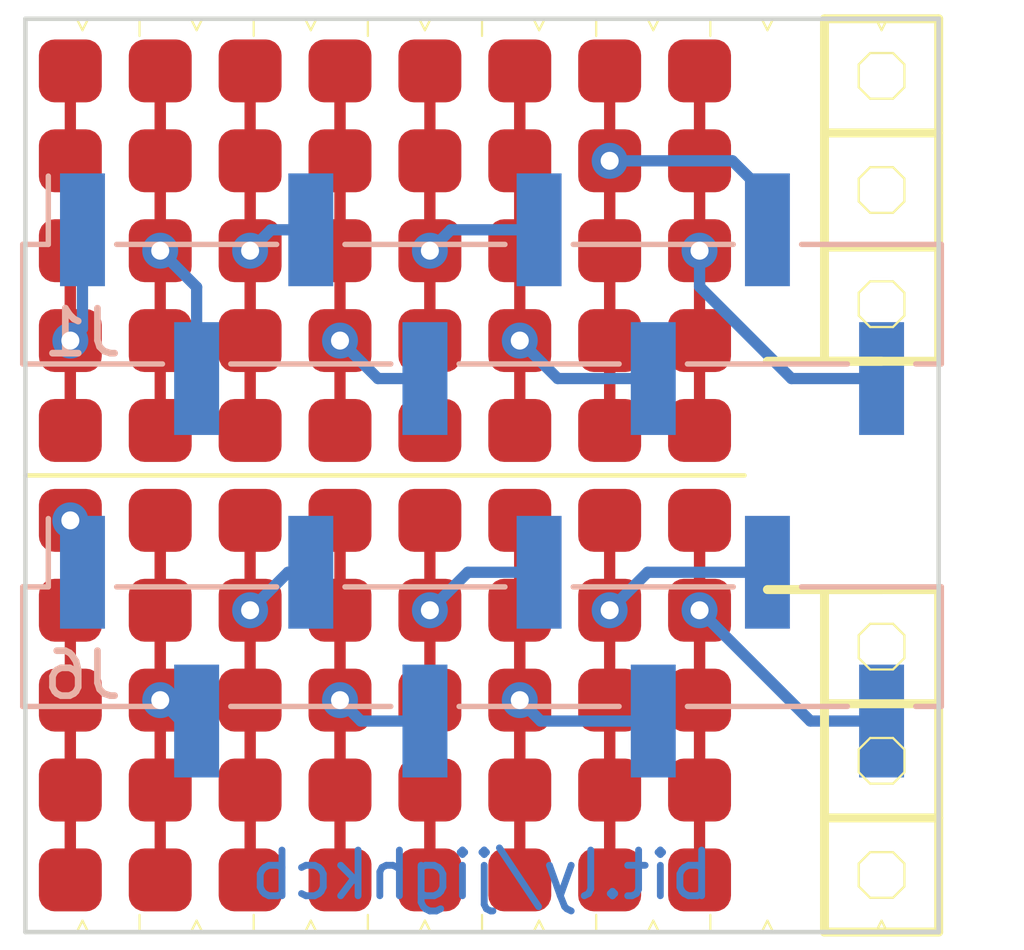
<source format=kicad_pcb>
(kicad_pcb (version 20171130) (host pcbnew 5.0.2-bee76a0~70~ubuntu18.04.1)

  (general
    (thickness 1.6)
    (drawings 139)
    (tracks 154)
    (zones 0)
    (modules 18)
    (nets 17)
  )

  (page A4)
  (layers
    (0 F.Cu signal)
    (31 B.Cu signal)
    (32 B.Adhes user)
    (33 F.Adhes user)
    (34 B.Paste user)
    (35 F.Paste user)
    (36 B.SilkS user)
    (37 F.SilkS user)
    (38 B.Mask user)
    (39 F.Mask user)
    (40 Dwgs.User user)
    (41 Cmts.User user)
    (42 Eco1.User user)
    (43 Eco2.User user)
    (44 Edge.Cuts user)
    (45 Margin user)
    (46 B.CrtYd user)
    (47 F.CrtYd user)
    (48 B.Fab user)
    (49 F.Fab user)
  )

  (setup
    (last_trace_width 0.25)
    (trace_clearance 0.2)
    (zone_clearance 0.508)
    (zone_45_only no)
    (trace_min 0.2)
    (segment_width 0.2)
    (edge_width 0.15)
    (via_size 0.8)
    (via_drill 0.4)
    (via_min_size 0.4)
    (via_min_drill 0.3)
    (uvia_size 0.3)
    (uvia_drill 0.1)
    (uvias_allowed no)
    (uvia_min_size 0.2)
    (uvia_min_drill 0.1)
    (pcb_text_width 0.3)
    (pcb_text_size 1.5 1.5)
    (mod_edge_width 0.15)
    (mod_text_size 1 1)
    (mod_text_width 0.15)
    (pad_size 1.524 1.524)
    (pad_drill 0.762)
    (pad_to_mask_clearance 0.051)
    (solder_mask_min_width 0.25)
    (aux_axis_origin 0 0)
    (visible_elements FFFFFF7F)
    (pcbplotparams
      (layerselection 0x010f0_ffffffff)
      (usegerberextensions false)
      (usegerberattributes false)
      (usegerberadvancedattributes false)
      (creategerberjobfile false)
      (excludeedgelayer true)
      (linewidth 0.100000)
      (plotframeref false)
      (viasonmask false)
      (mode 1)
      (useauxorigin false)
      (hpglpennumber 1)
      (hpglpenspeed 20)
      (hpglpendiameter 15.000000)
      (psnegative false)
      (psa4output false)
      (plotreference true)
      (plotvalue true)
      (plotinvisibletext false)
      (padsonsilk false)
      (subtractmaskfromsilk false)
      (outputformat 1)
      (mirror false)
      (drillshape 0)
      (scaleselection 1)
      (outputdirectory "plots"))
  )

  (net 0 "")
  (net 1 /T1)
  (net 2 /T3)
  (net 3 /T5)
  (net 4 /T7)
  (net 5 /T2)
  (net 6 /T4)
  (net 7 /T6)
  (net 8 /T8)
  (net 9 /B1)
  (net 10 /B3)
  (net 11 /B5)
  (net 12 /B7)
  (net 13 /B2)
  (net 14 /B4)
  (net 15 /B6)
  (net 16 /B8)

  (net_class Default "This is the default net class."
    (clearance 0.2)
    (trace_width 0.25)
    (via_dia 0.8)
    (via_drill 0.4)
    (uvia_dia 0.3)
    (uvia_drill 0.1)
    (add_net /B1)
    (add_net /B2)
    (add_net /B3)
    (add_net /B4)
    (add_net /B5)
    (add_net /B6)
    (add_net /B7)
    (add_net /B8)
    (add_net /T1)
    (add_net /T2)
    (add_net /T3)
    (add_net /T4)
    (add_net /T5)
    (add_net /T6)
    (add_net /T7)
    (add_net /T8)
  )

  (module jicad:smd1mm4pad-quint (layer F.Cu) (tedit 5C7B462D) (tstamp 5C7B7C5F)
    (at 106.6 102.6)
    (path /5CAA2C38)
    (fp_text reference S11 (at 0 0.5) (layer F.SilkS) hide
      (effects (font (size 1 1) (thickness 0.15)))
    )
    (fp_text value Conn_01x05 (at 0 -0.5) (layer F.Fab) hide
      (effects (font (size 1 1) (thickness 0.15)))
    )
    (pad 5 smd roundrect (at 0 8) (size 1.4 1.4) (layers F.Cu F.Paste F.Mask) (roundrect_rratio 0.25)
      (net 10 /B3))
    (pad 4 smd roundrect (at 0 6) (size 1.4 1.4) (layers F.Cu F.Paste F.Mask) (roundrect_rratio 0.25)
      (net 10 /B3))
    (pad 3 smd roundrect (at 0 4) (size 1.4 1.4) (layers F.Cu F.Paste F.Mask) (roundrect_rratio 0.25)
      (net 10 /B3))
    (pad 2 smd roundrect (at 0 2) (size 1.4 1.4) (layers F.Cu F.Paste F.Mask) (roundrect_rratio 0.25)
      (net 10 /B3))
    (pad 1 smd roundrect (at 0 0) (size 1.4 1.4) (layers F.Cu F.Paste F.Mask) (roundrect_rratio 0.25)
      (net 10 /B3))
  )

  (module jicad:smd1mm4pad-quint (layer F.Cu) (tedit 5C7B462D) (tstamp 5C7B7C46)
    (at 112.6 102.6)
    (path /5CAA2C28)
    (fp_text reference S14 (at 0 0.5) (layer F.SilkS) hide
      (effects (font (size 1 1) (thickness 0.15)))
    )
    (fp_text value Conn_01x05 (at 0 -0.5) (layer F.Fab) hide
      (effects (font (size 1 1) (thickness 0.15)))
    )
    (pad 1 smd roundrect (at 0 0) (size 1.4 1.4) (layers F.Cu F.Paste F.Mask) (roundrect_rratio 0.25)
      (net 15 /B6))
    (pad 2 smd roundrect (at 0 2) (size 1.4 1.4) (layers F.Cu F.Paste F.Mask) (roundrect_rratio 0.25)
      (net 15 /B6))
    (pad 3 smd roundrect (at 0 4) (size 1.4 1.4) (layers F.Cu F.Paste F.Mask) (roundrect_rratio 0.25)
      (net 15 /B6))
    (pad 4 smd roundrect (at 0 6) (size 1.4 1.4) (layers F.Cu F.Paste F.Mask) (roundrect_rratio 0.25)
      (net 15 /B6))
    (pad 5 smd roundrect (at 0 8) (size 1.4 1.4) (layers F.Cu F.Paste F.Mask) (roundrect_rratio 0.25)
      (net 15 /B6))
  )

  (module jicad:smd1mm4pad-quint (layer F.Cu) (tedit 5C7B462D) (tstamp 5C7B7C3B)
    (at 114.6 102.6)
    (path /5CAA2C48)
    (fp_text reference S15 (at 0 0.5) (layer F.SilkS) hide
      (effects (font (size 1 1) (thickness 0.15)))
    )
    (fp_text value Conn_01x05 (at 0 -0.5) (layer F.Fab) hide
      (effects (font (size 1 1) (thickness 0.15)))
    )
    (pad 1 smd roundrect (at 0 0) (size 1.4 1.4) (layers F.Cu F.Paste F.Mask) (roundrect_rratio 0.25)
      (net 12 /B7))
    (pad 2 smd roundrect (at 0 2) (size 1.4 1.4) (layers F.Cu F.Paste F.Mask) (roundrect_rratio 0.25)
      (net 12 /B7))
    (pad 3 smd roundrect (at 0 4) (size 1.4 1.4) (layers F.Cu F.Paste F.Mask) (roundrect_rratio 0.25)
      (net 12 /B7))
    (pad 4 smd roundrect (at 0 6) (size 1.4 1.4) (layers F.Cu F.Paste F.Mask) (roundrect_rratio 0.25)
      (net 12 /B7))
    (pad 5 smd roundrect (at 0 8) (size 1.4 1.4) (layers F.Cu F.Paste F.Mask) (roundrect_rratio 0.25)
      (net 12 /B7))
  )

  (module jicad:smd1mm4pad-quint (layer F.Cu) (tedit 5C7B462D) (tstamp 5C7B7C24)
    (at 110.6 102.6)
    (path /5CAA2C08)
    (fp_text reference S13 (at 0 0.5) (layer F.SilkS) hide
      (effects (font (size 1 1) (thickness 0.15)))
    )
    (fp_text value Conn_01x05 (at 0 -0.5) (layer F.Fab) hide
      (effects (font (size 1 1) (thickness 0.15)))
    )
    (pad 1 smd roundrect (at 0 0) (size 1.4 1.4) (layers F.Cu F.Paste F.Mask) (roundrect_rratio 0.25)
      (net 11 /B5))
    (pad 2 smd roundrect (at 0 2) (size 1.4 1.4) (layers F.Cu F.Paste F.Mask) (roundrect_rratio 0.25)
      (net 11 /B5))
    (pad 3 smd roundrect (at 0 4) (size 1.4 1.4) (layers F.Cu F.Paste F.Mask) (roundrect_rratio 0.25)
      (net 11 /B5))
    (pad 4 smd roundrect (at 0 6) (size 1.4 1.4) (layers F.Cu F.Paste F.Mask) (roundrect_rratio 0.25)
      (net 11 /B5))
    (pad 5 smd roundrect (at 0 8) (size 1.4 1.4) (layers F.Cu F.Paste F.Mask) (roundrect_rratio 0.25)
      (net 11 /B5))
  )

  (module jicad:smd1mm4pad-quint (layer F.Cu) (tedit 5C7B462D) (tstamp 5C7B7C14)
    (at 116.6 102.6)
    (path /5CAA2C68)
    (fp_text reference S16 (at 0 0.5) (layer F.SilkS) hide
      (effects (font (size 1 1) (thickness 0.15)))
    )
    (fp_text value Conn_01x05 (at 0 -0.5) (layer F.Fab) hide
      (effects (font (size 1 1) (thickness 0.15)))
    )
    (pad 5 smd roundrect (at 0 8) (size 1.4 1.4) (layers F.Cu F.Paste F.Mask) (roundrect_rratio 0.25)
      (net 16 /B8))
    (pad 4 smd roundrect (at 0 6) (size 1.4 1.4) (layers F.Cu F.Paste F.Mask) (roundrect_rratio 0.25)
      (net 16 /B8))
    (pad 3 smd roundrect (at 0 4) (size 1.4 1.4) (layers F.Cu F.Paste F.Mask) (roundrect_rratio 0.25)
      (net 16 /B8))
    (pad 2 smd roundrect (at 0 2) (size 1.4 1.4) (layers F.Cu F.Paste F.Mask) (roundrect_rratio 0.25)
      (net 16 /B8))
    (pad 1 smd roundrect (at 0 0) (size 1.4 1.4) (layers F.Cu F.Paste F.Mask) (roundrect_rratio 0.25)
      (net 16 /B8))
  )

  (module jicad:smd1mm4pad-quint (layer F.Cu) (tedit 5C7B462D) (tstamp 5C7B7C02)
    (at 106.6 100.6 180)
    (path /5CA9ACB9)
    (fp_text reference S3 (at 0 0.5 180) (layer F.SilkS) hide
      (effects (font (size 1 1) (thickness 0.15)))
    )
    (fp_text value Conn_01x05 (at 0 -0.5 180) (layer F.Fab) hide
      (effects (font (size 1 1) (thickness 0.15)))
    )
    (pad 5 smd roundrect (at 0 8 180) (size 1.4 1.4) (layers F.Cu F.Paste F.Mask) (roundrect_rratio 0.25)
      (net 2 /T3))
    (pad 4 smd roundrect (at 0 6 180) (size 1.4 1.4) (layers F.Cu F.Paste F.Mask) (roundrect_rratio 0.25)
      (net 2 /T3))
    (pad 3 smd roundrect (at 0 4 180) (size 1.4 1.4) (layers F.Cu F.Paste F.Mask) (roundrect_rratio 0.25)
      (net 2 /T3))
    (pad 2 smd roundrect (at 0 2 180) (size 1.4 1.4) (layers F.Cu F.Paste F.Mask) (roundrect_rratio 0.25)
      (net 2 /T3))
    (pad 1 smd roundrect (at 0 0 180) (size 1.4 1.4) (layers F.Cu F.Paste F.Mask) (roundrect_rratio 0.25)
      (net 2 /T3))
  )

  (module jicad:smd1mm4pad-quint (layer F.Cu) (tedit 5C7B462D) (tstamp 5C7B7BF8)
    (at 108.6 100.6 180)
    (path /5CA9ACD9)
    (fp_text reference S4 (at 0 0.5 180) (layer F.SilkS) hide
      (effects (font (size 1 1) (thickness 0.15)))
    )
    (fp_text value Conn_01x05 (at 0 -0.5 180) (layer F.Fab) hide
      (effects (font (size 1 1) (thickness 0.15)))
    )
    (pad 5 smd roundrect (at 0 8 180) (size 1.4 1.4) (layers F.Cu F.Paste F.Mask) (roundrect_rratio 0.25)
      (net 6 /T4))
    (pad 4 smd roundrect (at 0 6 180) (size 1.4 1.4) (layers F.Cu F.Paste F.Mask) (roundrect_rratio 0.25)
      (net 6 /T4))
    (pad 3 smd roundrect (at 0 4 180) (size 1.4 1.4) (layers F.Cu F.Paste F.Mask) (roundrect_rratio 0.25)
      (net 6 /T4))
    (pad 2 smd roundrect (at 0 2 180) (size 1.4 1.4) (layers F.Cu F.Paste F.Mask) (roundrect_rratio 0.25)
      (net 6 /T4))
    (pad 1 smd roundrect (at 0 0 180) (size 1.4 1.4) (layers F.Cu F.Paste F.Mask) (roundrect_rratio 0.25)
      (net 6 /T4))
  )

  (module jicad:smd1mm4pad-quint (layer F.Cu) (tedit 5C7B462D) (tstamp 5C7B7BEE)
    (at 102.6 102.6)
    (path /5CAA2BF8)
    (fp_text reference S9 (at 0 0.5) (layer F.SilkS) hide
      (effects (font (size 1 1) (thickness 0.15)))
    )
    (fp_text value Conn_01x05 (at 0 -0.5) (layer F.Fab) hide
      (effects (font (size 1 1) (thickness 0.15)))
    )
    (pad 1 smd roundrect (at 0 0) (size 1.4 1.4) (layers F.Cu F.Paste F.Mask) (roundrect_rratio 0.25)
      (net 9 /B1))
    (pad 2 smd roundrect (at 0 2) (size 1.4 1.4) (layers F.Cu F.Paste F.Mask) (roundrect_rratio 0.25)
      (net 9 /B1))
    (pad 3 smd roundrect (at 0 4) (size 1.4 1.4) (layers F.Cu F.Paste F.Mask) (roundrect_rratio 0.25)
      (net 9 /B1))
    (pad 4 smd roundrect (at 0 6) (size 1.4 1.4) (layers F.Cu F.Paste F.Mask) (roundrect_rratio 0.25)
      (net 9 /B1))
    (pad 5 smd roundrect (at 0 8) (size 1.4 1.4) (layers F.Cu F.Paste F.Mask) (roundrect_rratio 0.25)
      (net 9 /B1))
  )

  (module jicad:smd1mm4pad-quint (layer F.Cu) (tedit 5C7B462D) (tstamp 5C7B7BE2)
    (at 102.6 100.6 180)
    (path /5CA3E073)
    (fp_text reference S1 (at 0 0.5 180) (layer F.SilkS) hide
      (effects (font (size 1 1) (thickness 0.15)))
    )
    (fp_text value Conn_01x05 (at 0 -0.5 180) (layer F.Fab) hide
      (effects (font (size 1 1) (thickness 0.15)))
    )
    (pad 1 smd roundrect (at 0 0 180) (size 1.4 1.4) (layers F.Cu F.Paste F.Mask) (roundrect_rratio 0.25)
      (net 1 /T1))
    (pad 2 smd roundrect (at 0 2 180) (size 1.4 1.4) (layers F.Cu F.Paste F.Mask) (roundrect_rratio 0.25)
      (net 1 /T1))
    (pad 3 smd roundrect (at 0 4 180) (size 1.4 1.4) (layers F.Cu F.Paste F.Mask) (roundrect_rratio 0.25)
      (net 1 /T1))
    (pad 4 smd roundrect (at 0 6 180) (size 1.4 1.4) (layers F.Cu F.Paste F.Mask) (roundrect_rratio 0.25)
      (net 1 /T1))
    (pad 5 smd roundrect (at 0 8 180) (size 1.4 1.4) (layers F.Cu F.Paste F.Mask) (roundrect_rratio 0.25)
      (net 1 /T1))
  )

  (module jicad:smd1mm4pad-quint (layer F.Cu) (tedit 5C7B462D) (tstamp 5C7B7BD8)
    (at 104.6 102.6)
    (path /5CAA2C18)
    (fp_text reference S10 (at 0 0.5) (layer F.SilkS) hide
      (effects (font (size 1 1) (thickness 0.15)))
    )
    (fp_text value Conn_01x05 (at 0 -0.5) (layer F.Fab) hide
      (effects (font (size 1 1) (thickness 0.15)))
    )
    (pad 5 smd roundrect (at 0 8) (size 1.4 1.4) (layers F.Cu F.Paste F.Mask) (roundrect_rratio 0.25)
      (net 13 /B2))
    (pad 4 smd roundrect (at 0 6) (size 1.4 1.4) (layers F.Cu F.Paste F.Mask) (roundrect_rratio 0.25)
      (net 13 /B2))
    (pad 3 smd roundrect (at 0 4) (size 1.4 1.4) (layers F.Cu F.Paste F.Mask) (roundrect_rratio 0.25)
      (net 13 /B2))
    (pad 2 smd roundrect (at 0 2) (size 1.4 1.4) (layers F.Cu F.Paste F.Mask) (roundrect_rratio 0.25)
      (net 13 /B2))
    (pad 1 smd roundrect (at 0 0) (size 1.4 1.4) (layers F.Cu F.Paste F.Mask) (roundrect_rratio 0.25)
      (net 13 /B2))
  )

  (module jicad:smd1mm4pad-quint (layer F.Cu) (tedit 5C7B462D) (tstamp 5C7B7BC9)
    (at 108.6 102.6)
    (path /5CAA2C58)
    (fp_text reference S12 (at 0 0.5) (layer F.SilkS) hide
      (effects (font (size 1 1) (thickness 0.15)))
    )
    (fp_text value Conn_01x05 (at 0 -0.5) (layer F.Fab) hide
      (effects (font (size 1 1) (thickness 0.15)))
    )
    (pad 5 smd roundrect (at 0 8) (size 1.4 1.4) (layers F.Cu F.Paste F.Mask) (roundrect_rratio 0.25)
      (net 14 /B4))
    (pad 4 smd roundrect (at 0 6) (size 1.4 1.4) (layers F.Cu F.Paste F.Mask) (roundrect_rratio 0.25)
      (net 14 /B4))
    (pad 3 smd roundrect (at 0 4) (size 1.4 1.4) (layers F.Cu F.Paste F.Mask) (roundrect_rratio 0.25)
      (net 14 /B4))
    (pad 2 smd roundrect (at 0 2) (size 1.4 1.4) (layers F.Cu F.Paste F.Mask) (roundrect_rratio 0.25)
      (net 14 /B4))
    (pad 1 smd roundrect (at 0 0) (size 1.4 1.4) (layers F.Cu F.Paste F.Mask) (roundrect_rratio 0.25)
      (net 14 /B4))
  )

  (module jicad:smd1mm4pad-quint (layer F.Cu) (tedit 5C7B462D) (tstamp 5C7B7BB8)
    (at 104.6 100.6 180)
    (path /5CA9493A)
    (fp_text reference S2 (at 0 0.5 180) (layer F.SilkS) hide
      (effects (font (size 1 1) (thickness 0.15)))
    )
    (fp_text value Conn_01x05 (at 0 -0.5 180) (layer F.Fab) hide
      (effects (font (size 1 1) (thickness 0.15)))
    )
    (pad 1 smd roundrect (at 0 0 180) (size 1.4 1.4) (layers F.Cu F.Paste F.Mask) (roundrect_rratio 0.25)
      (net 5 /T2))
    (pad 2 smd roundrect (at 0 2 180) (size 1.4 1.4) (layers F.Cu F.Paste F.Mask) (roundrect_rratio 0.25)
      (net 5 /T2))
    (pad 3 smd roundrect (at 0 4 180) (size 1.4 1.4) (layers F.Cu F.Paste F.Mask) (roundrect_rratio 0.25)
      (net 5 /T2))
    (pad 4 smd roundrect (at 0 6 180) (size 1.4 1.4) (layers F.Cu F.Paste F.Mask) (roundrect_rratio 0.25)
      (net 5 /T2))
    (pad 5 smd roundrect (at 0 8 180) (size 1.4 1.4) (layers F.Cu F.Paste F.Mask) (roundrect_rratio 0.25)
      (net 5 /T2))
  )

  (module jicad:smd1mm4pad-quint (layer F.Cu) (tedit 5C7B462D) (tstamp 5C7B7BAA)
    (at 116.6 100.6 180)
    (path /5CA9ACE9)
    (fp_text reference S8 (at 0 0.5 180) (layer F.SilkS) hide
      (effects (font (size 1 1) (thickness 0.15)))
    )
    (fp_text value Conn_01x05 (at 0 -0.5 180) (layer F.Fab) hide
      (effects (font (size 1 1) (thickness 0.15)))
    )
    (pad 1 smd roundrect (at 0 0 180) (size 1.4 1.4) (layers F.Cu F.Paste F.Mask) (roundrect_rratio 0.25)
      (net 8 /T8))
    (pad 2 smd roundrect (at 0 2 180) (size 1.4 1.4) (layers F.Cu F.Paste F.Mask) (roundrect_rratio 0.25)
      (net 8 /T8))
    (pad 3 smd roundrect (at 0 4 180) (size 1.4 1.4) (layers F.Cu F.Paste F.Mask) (roundrect_rratio 0.25)
      (net 8 /T8))
    (pad 4 smd roundrect (at 0 6 180) (size 1.4 1.4) (layers F.Cu F.Paste F.Mask) (roundrect_rratio 0.25)
      (net 8 /T8))
    (pad 5 smd roundrect (at 0 8 180) (size 1.4 1.4) (layers F.Cu F.Paste F.Mask) (roundrect_rratio 0.25)
      (net 8 /T8))
  )

  (module jicad:smd1mm4pad-quint (layer F.Cu) (tedit 5C7B462D) (tstamp 5C7B7B9A)
    (at 110.6 100.6 180)
    (path /5CA8F14A)
    (fp_text reference S5 (at 0 0.5 180) (layer F.SilkS) hide
      (effects (font (size 1 1) (thickness 0.15)))
    )
    (fp_text value Conn_01x05 (at 0 -0.5 180) (layer F.Fab) hide
      (effects (font (size 1 1) (thickness 0.15)))
    )
    (pad 5 smd roundrect (at 0 8 180) (size 1.4 1.4) (layers F.Cu F.Paste F.Mask) (roundrect_rratio 0.25)
      (net 3 /T5))
    (pad 4 smd roundrect (at 0 6 180) (size 1.4 1.4) (layers F.Cu F.Paste F.Mask) (roundrect_rratio 0.25)
      (net 3 /T5))
    (pad 3 smd roundrect (at 0 4 180) (size 1.4 1.4) (layers F.Cu F.Paste F.Mask) (roundrect_rratio 0.25)
      (net 3 /T5))
    (pad 2 smd roundrect (at 0 2 180) (size 1.4 1.4) (layers F.Cu F.Paste F.Mask) (roundrect_rratio 0.25)
      (net 3 /T5))
    (pad 1 smd roundrect (at 0 0 180) (size 1.4 1.4) (layers F.Cu F.Paste F.Mask) (roundrect_rratio 0.25)
      (net 3 /T5))
  )

  (module jicad:smd1mm4pad-quint (layer F.Cu) (tedit 5C7B462D) (tstamp 5C7B7B90)
    (at 112.6 100.6 180)
    (path /5CA9494A)
    (fp_text reference S6 (at 0 0.5 180) (layer F.SilkS) hide
      (effects (font (size 1 1) (thickness 0.15)))
    )
    (fp_text value Conn_01x05 (at 0 -0.5 180) (layer F.Fab) hide
      (effects (font (size 1 1) (thickness 0.15)))
    )
    (pad 5 smd roundrect (at 0 8 180) (size 1.4 1.4) (layers F.Cu F.Paste F.Mask) (roundrect_rratio 0.25)
      (net 7 /T6))
    (pad 4 smd roundrect (at 0 6 180) (size 1.4 1.4) (layers F.Cu F.Paste F.Mask) (roundrect_rratio 0.25)
      (net 7 /T6))
    (pad 3 smd roundrect (at 0 4 180) (size 1.4 1.4) (layers F.Cu F.Paste F.Mask) (roundrect_rratio 0.25)
      (net 7 /T6))
    (pad 2 smd roundrect (at 0 2 180) (size 1.4 1.4) (layers F.Cu F.Paste F.Mask) (roundrect_rratio 0.25)
      (net 7 /T6))
    (pad 1 smd roundrect (at 0 0 180) (size 1.4 1.4) (layers F.Cu F.Paste F.Mask) (roundrect_rratio 0.25)
      (net 7 /T6))
  )

  (module jicad:smd1mm4pad-quint (layer F.Cu) (tedit 5C7B462D) (tstamp 5C7B7B85)
    (at 114.6 100.6 180)
    (path /5CA9ACC9)
    (fp_text reference S7 (at 0 0.5 180) (layer F.SilkS) hide
      (effects (font (size 1 1) (thickness 0.15)))
    )
    (fp_text value Conn_01x05 (at 0 -0.5 180) (layer F.Fab) hide
      (effects (font (size 1 1) (thickness 0.15)))
    )
    (pad 1 smd roundrect (at 0 0 180) (size 1.4 1.4) (layers F.Cu F.Paste F.Mask) (roundrect_rratio 0.25)
      (net 4 /T7))
    (pad 2 smd roundrect (at 0 2 180) (size 1.4 1.4) (layers F.Cu F.Paste F.Mask) (roundrect_rratio 0.25)
      (net 4 /T7))
    (pad 3 smd roundrect (at 0 4 180) (size 1.4 1.4) (layers F.Cu F.Paste F.Mask) (roundrect_rratio 0.25)
      (net 4 /T7))
    (pad 4 smd roundrect (at 0 6 180) (size 1.4 1.4) (layers F.Cu F.Paste F.Mask) (roundrect_rratio 0.25)
      (net 4 /T7))
    (pad 5 smd roundrect (at 0 8 180) (size 1.4 1.4) (layers F.Cu F.Paste F.Mask) (roundrect_rratio 0.25)
      (net 4 /T7))
  )

  (module Connector_PinHeader_2.54mm:PinHeader_1x08_P2.54mm_Vertical_SMD_Pin1Left (layer B.Cu) (tedit 59FED5CC) (tstamp 5C7B7767)
    (at 111.76 97.79 270)
    (descr "surface-mounted straight pin header, 1x08, 2.54mm pitch, single row, style 1 (pin 1 left)")
    (tags "Surface mounted pin header SMD 1x08 2.54mm single row style1 pin1 left")
    (path /5C9429AB)
    (attr smd)
    (fp_text reference J1 (at 0.635 8.89) (layer B.SilkS)
      (effects (font (size 1 1) (thickness 0.15)) (justify mirror))
    )
    (fp_text value Conn_01x08_Male (at 0 -11.22 270) (layer B.Fab)
      (effects (font (size 1 1) (thickness 0.15)) (justify mirror))
    )
    (fp_line (start 1.27 -10.16) (end -1.27 -10.16) (layer B.Fab) (width 0.1))
    (fp_line (start -0.32 10.16) (end 1.27 10.16) (layer B.Fab) (width 0.1))
    (fp_line (start -1.27 -10.16) (end -1.27 9.21) (layer B.Fab) (width 0.1))
    (fp_line (start -1.27 9.21) (end -0.32 10.16) (layer B.Fab) (width 0.1))
    (fp_line (start 1.27 10.16) (end 1.27 -10.16) (layer B.Fab) (width 0.1))
    (fp_line (start -1.27 9.21) (end -2.54 9.21) (layer B.Fab) (width 0.1))
    (fp_line (start -2.54 9.21) (end -2.54 8.57) (layer B.Fab) (width 0.1))
    (fp_line (start -2.54 8.57) (end -1.27 8.57) (layer B.Fab) (width 0.1))
    (fp_line (start -1.27 4.13) (end -2.54 4.13) (layer B.Fab) (width 0.1))
    (fp_line (start -2.54 4.13) (end -2.54 3.49) (layer B.Fab) (width 0.1))
    (fp_line (start -2.54 3.49) (end -1.27 3.49) (layer B.Fab) (width 0.1))
    (fp_line (start -1.27 -0.95) (end -2.54 -0.95) (layer B.Fab) (width 0.1))
    (fp_line (start -2.54 -0.95) (end -2.54 -1.59) (layer B.Fab) (width 0.1))
    (fp_line (start -2.54 -1.59) (end -1.27 -1.59) (layer B.Fab) (width 0.1))
    (fp_line (start -1.27 -6.03) (end -2.54 -6.03) (layer B.Fab) (width 0.1))
    (fp_line (start -2.54 -6.03) (end -2.54 -6.67) (layer B.Fab) (width 0.1))
    (fp_line (start -2.54 -6.67) (end -1.27 -6.67) (layer B.Fab) (width 0.1))
    (fp_line (start 1.27 6.67) (end 2.54 6.67) (layer B.Fab) (width 0.1))
    (fp_line (start 2.54 6.67) (end 2.54 6.03) (layer B.Fab) (width 0.1))
    (fp_line (start 2.54 6.03) (end 1.27 6.03) (layer B.Fab) (width 0.1))
    (fp_line (start 1.27 1.59) (end 2.54 1.59) (layer B.Fab) (width 0.1))
    (fp_line (start 2.54 1.59) (end 2.54 0.95) (layer B.Fab) (width 0.1))
    (fp_line (start 2.54 0.95) (end 1.27 0.95) (layer B.Fab) (width 0.1))
    (fp_line (start 1.27 -3.49) (end 2.54 -3.49) (layer B.Fab) (width 0.1))
    (fp_line (start 2.54 -3.49) (end 2.54 -4.13) (layer B.Fab) (width 0.1))
    (fp_line (start 2.54 -4.13) (end 1.27 -4.13) (layer B.Fab) (width 0.1))
    (fp_line (start 1.27 -8.57) (end 2.54 -8.57) (layer B.Fab) (width 0.1))
    (fp_line (start 2.54 -8.57) (end 2.54 -9.21) (layer B.Fab) (width 0.1))
    (fp_line (start 2.54 -9.21) (end 1.27 -9.21) (layer B.Fab) (width 0.1))
    (fp_line (start -1.33 10.22) (end 1.33 10.22) (layer B.SilkS) (width 0.12))
    (fp_line (start -1.33 -10.22) (end 1.33 -10.22) (layer B.SilkS) (width 0.12))
    (fp_line (start 1.33 10.22) (end 1.33 7.11) (layer B.SilkS) (width 0.12))
    (fp_line (start -1.33 9.65) (end -2.85 9.65) (layer B.SilkS) (width 0.12))
    (fp_line (start -1.33 10.22) (end -1.33 9.65) (layer B.SilkS) (width 0.12))
    (fp_line (start 1.33 -9.65) (end 1.33 -10.22) (layer B.SilkS) (width 0.12))
    (fp_line (start 1.33 5.59) (end 1.33 2.03) (layer B.SilkS) (width 0.12))
    (fp_line (start 1.33 0.51) (end 1.33 -3.05) (layer B.SilkS) (width 0.12))
    (fp_line (start 1.33 -4.57) (end 1.33 -8.13) (layer B.SilkS) (width 0.12))
    (fp_line (start -1.33 8.13) (end -1.33 4.57) (layer B.SilkS) (width 0.12))
    (fp_line (start -1.33 3.05) (end -1.33 -0.51) (layer B.SilkS) (width 0.12))
    (fp_line (start -1.33 -2.03) (end -1.33 -5.59) (layer B.SilkS) (width 0.12))
    (fp_line (start -1.33 -7.11) (end -1.33 -10.22) (layer B.SilkS) (width 0.12))
    (fp_line (start -3.45 10.7) (end -3.45 -10.7) (layer B.CrtYd) (width 0.05))
    (fp_line (start -3.45 -10.7) (end 3.45 -10.7) (layer B.CrtYd) (width 0.05))
    (fp_line (start 3.45 -10.7) (end 3.45 10.7) (layer B.CrtYd) (width 0.05))
    (fp_line (start 3.45 10.7) (end -3.45 10.7) (layer B.CrtYd) (width 0.05))
    (fp_text user %R (at 0 0 180) (layer B.Fab)
      (effects (font (size 1 1) (thickness 0.15)) (justify mirror))
    )
    (pad 1 smd rect (at -1.655 8.89 270) (size 2.51 1) (layers B.Cu B.Paste B.Mask)
      (net 1 /T1))
    (pad 3 smd rect (at -1.655 3.81 270) (size 2.51 1) (layers B.Cu B.Paste B.Mask)
      (net 2 /T3))
    (pad 5 smd rect (at -1.655 -1.27 270) (size 2.51 1) (layers B.Cu B.Paste B.Mask)
      (net 3 /T5))
    (pad 7 smd rect (at -1.655 -6.35 270) (size 2.51 1) (layers B.Cu B.Paste B.Mask)
      (net 4 /T7))
    (pad 2 smd rect (at 1.655 6.35 270) (size 2.51 1) (layers B.Cu B.Paste B.Mask)
      (net 5 /T2))
    (pad 4 smd rect (at 1.655 1.27 270) (size 2.51 1) (layers B.Cu B.Paste B.Mask)
      (net 6 /T4))
    (pad 6 smd rect (at 1.655 -3.81 270) (size 2.51 1) (layers B.Cu B.Paste B.Mask)
      (net 7 /T6))
    (pad 8 smd rect (at 1.655 -8.89 270) (size 2.51 1) (layers B.Cu B.Paste B.Mask)
      (net 8 /T8))
    (model ${KISYS3DMOD}/Connector_PinHeader_2.54mm.3dshapes/PinHeader_1x08_P2.54mm_Vertical_SMD_Pin1Left.wrl
      (at (xyz 0 0 0))
      (scale (xyz 1 1 1))
      (rotate (xyz 0 0 0))
    )
  )

  (module Connector_PinHeader_2.54mm:PinHeader_1x08_P2.54mm_Vertical_SMD_Pin1Left (layer B.Cu) (tedit 59FED5CC) (tstamp 5C7B772C)
    (at 111.76 105.41 270)
    (descr "surface-mounted straight pin header, 1x08, 2.54mm pitch, single row, style 1 (pin 1 left)")
    (tags "Surface mounted pin header SMD 1x08 2.54mm single row style1 pin1 left")
    (path /5C94F193)
    (attr smd)
    (fp_text reference J6 (at 0.635 8.89) (layer B.SilkS)
      (effects (font (size 1 1) (thickness 0.15)) (justify mirror))
    )
    (fp_text value Conn_01x08_Male (at 0 -11.22 270) (layer B.Fab)
      (effects (font (size 1 1) (thickness 0.15)) (justify mirror))
    )
    (fp_line (start 1.27 -10.16) (end -1.27 -10.16) (layer B.Fab) (width 0.1))
    (fp_line (start -0.32 10.16) (end 1.27 10.16) (layer B.Fab) (width 0.1))
    (fp_line (start -1.27 -10.16) (end -1.27 9.21) (layer B.Fab) (width 0.1))
    (fp_line (start -1.27 9.21) (end -0.32 10.16) (layer B.Fab) (width 0.1))
    (fp_line (start 1.27 10.16) (end 1.27 -10.16) (layer B.Fab) (width 0.1))
    (fp_line (start -1.27 9.21) (end -2.54 9.21) (layer B.Fab) (width 0.1))
    (fp_line (start -2.54 9.21) (end -2.54 8.57) (layer B.Fab) (width 0.1))
    (fp_line (start -2.54 8.57) (end -1.27 8.57) (layer B.Fab) (width 0.1))
    (fp_line (start -1.27 4.13) (end -2.54 4.13) (layer B.Fab) (width 0.1))
    (fp_line (start -2.54 4.13) (end -2.54 3.49) (layer B.Fab) (width 0.1))
    (fp_line (start -2.54 3.49) (end -1.27 3.49) (layer B.Fab) (width 0.1))
    (fp_line (start -1.27 -0.95) (end -2.54 -0.95) (layer B.Fab) (width 0.1))
    (fp_line (start -2.54 -0.95) (end -2.54 -1.59) (layer B.Fab) (width 0.1))
    (fp_line (start -2.54 -1.59) (end -1.27 -1.59) (layer B.Fab) (width 0.1))
    (fp_line (start -1.27 -6.03) (end -2.54 -6.03) (layer B.Fab) (width 0.1))
    (fp_line (start -2.54 -6.03) (end -2.54 -6.67) (layer B.Fab) (width 0.1))
    (fp_line (start -2.54 -6.67) (end -1.27 -6.67) (layer B.Fab) (width 0.1))
    (fp_line (start 1.27 6.67) (end 2.54 6.67) (layer B.Fab) (width 0.1))
    (fp_line (start 2.54 6.67) (end 2.54 6.03) (layer B.Fab) (width 0.1))
    (fp_line (start 2.54 6.03) (end 1.27 6.03) (layer B.Fab) (width 0.1))
    (fp_line (start 1.27 1.59) (end 2.54 1.59) (layer B.Fab) (width 0.1))
    (fp_line (start 2.54 1.59) (end 2.54 0.95) (layer B.Fab) (width 0.1))
    (fp_line (start 2.54 0.95) (end 1.27 0.95) (layer B.Fab) (width 0.1))
    (fp_line (start 1.27 -3.49) (end 2.54 -3.49) (layer B.Fab) (width 0.1))
    (fp_line (start 2.54 -3.49) (end 2.54 -4.13) (layer B.Fab) (width 0.1))
    (fp_line (start 2.54 -4.13) (end 1.27 -4.13) (layer B.Fab) (width 0.1))
    (fp_line (start 1.27 -8.57) (end 2.54 -8.57) (layer B.Fab) (width 0.1))
    (fp_line (start 2.54 -8.57) (end 2.54 -9.21) (layer B.Fab) (width 0.1))
    (fp_line (start 2.54 -9.21) (end 1.27 -9.21) (layer B.Fab) (width 0.1))
    (fp_line (start -1.33 10.22) (end 1.33 10.22) (layer B.SilkS) (width 0.12))
    (fp_line (start -1.33 -10.22) (end 1.33 -10.22) (layer B.SilkS) (width 0.12))
    (fp_line (start 1.33 10.22) (end 1.33 7.11) (layer B.SilkS) (width 0.12))
    (fp_line (start -1.33 9.65) (end -2.85 9.65) (layer B.SilkS) (width 0.12))
    (fp_line (start -1.33 10.22) (end -1.33 9.65) (layer B.SilkS) (width 0.12))
    (fp_line (start 1.33 -9.65) (end 1.33 -10.22) (layer B.SilkS) (width 0.12))
    (fp_line (start 1.33 5.59) (end 1.33 2.03) (layer B.SilkS) (width 0.12))
    (fp_line (start 1.33 0.51) (end 1.33 -3.05) (layer B.SilkS) (width 0.12))
    (fp_line (start 1.33 -4.57) (end 1.33 -8.13) (layer B.SilkS) (width 0.12))
    (fp_line (start -1.33 8.13) (end -1.33 4.57) (layer B.SilkS) (width 0.12))
    (fp_line (start -1.33 3.05) (end -1.33 -0.51) (layer B.SilkS) (width 0.12))
    (fp_line (start -1.33 -2.03) (end -1.33 -5.59) (layer B.SilkS) (width 0.12))
    (fp_line (start -1.33 -7.11) (end -1.33 -10.22) (layer B.SilkS) (width 0.12))
    (fp_line (start -3.45 10.7) (end -3.45 -10.7) (layer B.CrtYd) (width 0.05))
    (fp_line (start -3.45 -10.7) (end 3.45 -10.7) (layer B.CrtYd) (width 0.05))
    (fp_line (start 3.45 -10.7) (end 3.45 10.7) (layer B.CrtYd) (width 0.05))
    (fp_line (start 3.45 10.7) (end -3.45 10.7) (layer B.CrtYd) (width 0.05))
    (fp_text user %R (at 0 0 180) (layer B.Fab)
      (effects (font (size 1 1) (thickness 0.15)) (justify mirror))
    )
    (pad 1 smd rect (at -1.655 8.89 270) (size 2.51 1) (layers B.Cu B.Paste B.Mask)
      (net 9 /B1))
    (pad 3 smd rect (at -1.655 3.81 270) (size 2.51 1) (layers B.Cu B.Paste B.Mask)
      (net 10 /B3))
    (pad 5 smd rect (at -1.655 -1.27 270) (size 2.51 1) (layers B.Cu B.Paste B.Mask)
      (net 11 /B5))
    (pad 7 smd rect (at -1.655 -6.35 270) (size 2.51 1) (layers B.Cu B.Paste B.Mask)
      (net 12 /B7))
    (pad 2 smd rect (at 1.655 6.35 270) (size 2.51 1) (layers B.Cu B.Paste B.Mask)
      (net 13 /B2))
    (pad 4 smd rect (at 1.655 1.27 270) (size 2.51 1) (layers B.Cu B.Paste B.Mask)
      (net 14 /B4))
    (pad 6 smd rect (at 1.655 -3.81 270) (size 2.51 1) (layers B.Cu B.Paste B.Mask)
      (net 15 /B6))
    (pad 8 smd rect (at 1.655 -8.89 270) (size 2.51 1) (layers B.Cu B.Paste B.Mask)
      (net 16 /B8))
    (model ${KISYS3DMOD}/Connector_PinHeader_2.54mm.3dshapes/PinHeader_1x08_P2.54mm_Vertical_SMD_Pin1Left.wrl
      (at (xyz 0 0 0))
      (scale (xyz 1 1 1))
      (rotate (xyz 0 0 0))
    )
  )

  (gr_line (start 119.38 111.76) (end 119.38 109.22) (layer F.SilkS) (width 0.2) (tstamp 5C7BA3AE))
  (gr_line (start 121.158 110.236) (end 121.158 110.744) (layer F.SilkS) (width 0.05) (tstamp 5C7BA3AD))
  (gr_line (start 121.158 107.696) (end 121.158 108.204) (layer F.SilkS) (width 0.05) (tstamp 5C7BA3AC))
  (gr_line (start 121.92 111.76) (end 121.92 109.22) (layer F.SilkS) (width 0.2) (tstamp 5C7BA3AB))
  (gr_line (start 119.38 111.76) (end 121.92 111.76) (layer F.SilkS) (width 0.2) (tstamp 5C7BA3AA))
  (gr_line (start 121.158 110.744) (end 120.904 110.998) (layer F.SilkS) (width 0.05) (tstamp 5C7BA3A9))
  (gr_line (start 121.92 111.76) (end 121.92 111.379) (layer F.SilkS) (width 0.05) (tstamp 5C7BA3A8))
  (gr_line (start 120.904 104.902) (end 121.158 105.156) (layer F.SilkS) (width 0.05) (tstamp 5C7BA3A7))
  (gr_line (start 121.158 108.204) (end 120.904 108.458) (layer F.SilkS) (width 0.05) (tstamp 5C7BA3A5))
  (gr_line (start 119.38 106.68) (end 119.38 104.14) (layer F.SilkS) (width 0.2) (tstamp 5C7BA3A4))
  (gr_line (start 120.142 107.696) (end 120.396 107.442) (layer F.SilkS) (width 0.05) (tstamp 5C7BA3A3))
  (gr_line (start 119.38 106.68) (end 121.92 106.68) (layer F.SilkS) (width 0.2) (tstamp 5C7BA3A2))
  (gr_line (start 120.142 110.236) (end 120.396 109.982) (layer F.SilkS) (width 0.05) (tstamp 5C7BA39F))
  (gr_line (start 120.904 110.998) (end 120.396 110.998) (layer F.SilkS) (width 0.05) (tstamp 5C7BA39E))
  (gr_line (start 120.396 105.918) (end 120.142 105.664) (layer F.SilkS) (width 0.05) (tstamp 5C7BA39D))
  (gr_line (start 120.142 110.744) (end 120.142 110.236) (layer F.SilkS) (width 0.05) (tstamp 5C7BA39B))
  (gr_line (start 120.142 108.204) (end 120.142 107.696) (layer F.SilkS) (width 0.05) (tstamp 5C7BA39A))
  (gr_line (start 121.158 105.156) (end 121.158 105.664) (layer F.SilkS) (width 0.05) (tstamp 5C7BA398))
  (gr_line (start 120.396 104.902) (end 120.904 104.902) (layer F.SilkS) (width 0.05) (tstamp 5C7BA397))
  (gr_line (start 120.142 105.156) (end 120.396 104.902) (layer F.SilkS) (width 0.05) (tstamp 5C7BA396))
  (gr_line (start 119.38 109.22) (end 119.38 106.68) (layer F.SilkS) (width 0.2) (tstamp 5C7BA394))
  (gr_line (start 120.904 107.442) (end 121.158 107.696) (layer F.SilkS) (width 0.05) (tstamp 5C7BA393))
  (gr_line (start 120.396 109.982) (end 120.904 109.982) (layer F.SilkS) (width 0.05) (tstamp 5C7BA392))
  (gr_line (start 120.396 108.458) (end 120.142 108.204) (layer F.SilkS) (width 0.05) (tstamp 5C7BA391))
  (gr_line (start 121.92 106.68) (end 121.92 104.14) (layer F.SilkS) (width 0.2) (tstamp 5C7BA390))
  (gr_line (start 119.38 109.22) (end 121.92 109.22) (layer F.SilkS) (width 0.2) (tstamp 5C7BA38F))
  (gr_line (start 120.142 105.664) (end 120.142 105.156) (layer F.SilkS) (width 0.05) (tstamp 5C7BA38D))
  (gr_line (start 120.396 110.998) (end 120.142 110.744) (layer F.SilkS) (width 0.05) (tstamp 5C7BA38C))
  (gr_line (start 121.158 105.664) (end 120.904 105.918) (layer F.SilkS) (width 0.05) (tstamp 5C7BA38B))
  (gr_line (start 121.92 109.22) (end 121.92 106.68) (layer F.SilkS) (width 0.2) (tstamp 5C7BA38A))
  (gr_line (start 120.904 105.918) (end 120.396 105.918) (layer F.SilkS) (width 0.05) (tstamp 5C7BA389))
  (gr_line (start 119.38 104.14) (end 121.92 104.14) (layer F.SilkS) (width 0.2) (tstamp 5C7BA388))
  (gr_line (start 118.11 104.14) (end 120.65 104.14) (layer F.SilkS) (width 0.2) (tstamp 5C7BA387))
  (gr_line (start 120.904 109.982) (end 121.158 110.236) (layer F.SilkS) (width 0.05) (tstamp 5C7BA386))
  (gr_line (start 120.904 108.458) (end 120.396 108.458) (layer F.SilkS) (width 0.05) (tstamp 5C7BA385))
  (gr_line (start 120.396 107.442) (end 120.904 107.442) (layer F.SilkS) (width 0.05) (tstamp 5C7BA384))
  (gr_line (start 109.22 111.76) (end 109.22 111.379) (layer F.SilkS) (width 0.05) (tstamp 5C7BA240))
  (gr_line (start 105.537 111.76) (end 105.41 111.506) (layer F.SilkS) (width 0.05) (tstamp 5C7BA23F))
  (gr_line (start 119.38 111.76) (end 119.38 111.379) (layer F.SilkS) (width 0.05) (tstamp 5C7BA23E))
  (gr_line (start 120.777 111.76) (end 120.65 111.506) (layer F.SilkS) (width 0.05) (tstamp 5C7BA23D))
  (gr_line (start 114.3 111.76) (end 114.3 111.379) (layer F.SilkS) (width 0.05) (tstamp 5C7BA23C))
  (gr_line (start 104.14 111.76) (end 104.14 111.379) (layer F.SilkS) (width 0.05) (tstamp 5C7BA23B))
  (gr_line (start 106.68 111.76) (end 106.68 111.379) (layer F.SilkS) (width 0.05) (tstamp 5C7BA23A))
  (gr_line (start 108.077 111.76) (end 107.95 111.506) (layer F.SilkS) (width 0.05) (tstamp 5C7BA239))
  (gr_line (start 111.76 111.76) (end 111.76 111.379) (layer F.SilkS) (width 0.05) (tstamp 5C7BA238))
  (gr_line (start 110.49 111.506) (end 110.363 111.76) (layer F.SilkS) (width 0.05) (tstamp 5C7BA237))
  (gr_line (start 118.11 111.506) (end 117.983 111.76) (layer F.SilkS) (width 0.05) (tstamp 5C7BA236))
  (gr_line (start 112.903 111.76) (end 113.157 111.76) (layer F.SilkS) (width 0.05) (tstamp 5C7BA235))
  (gr_line (start 118.237 111.76) (end 118.11 111.506) (layer F.SilkS) (width 0.05) (tstamp 5C7BA234))
  (gr_line (start 115.57 111.506) (end 115.443 111.76) (layer F.SilkS) (width 0.05) (tstamp 5C7BA233))
  (gr_line (start 110.363 111.76) (end 110.617 111.76) (layer F.SilkS) (width 0.05) (tstamp 5C7BA232))
  (gr_line (start 102.87 111.506) (end 102.743 111.76) (layer F.SilkS) (width 0.05) (tstamp 5C7BA231))
  (gr_line (start 107.95 111.506) (end 107.823 111.76) (layer F.SilkS) (width 0.05) (tstamp 5C7BA230))
  (gr_line (start 107.823 111.76) (end 108.077 111.76) (layer F.SilkS) (width 0.05) (tstamp 5C7BA22F))
  (gr_line (start 105.283 111.76) (end 105.537 111.76) (layer F.SilkS) (width 0.05) (tstamp 5C7BA22E))
  (gr_line (start 102.743 111.76) (end 102.997 111.76) (layer F.SilkS) (width 0.05) (tstamp 5C7BA22D))
  (gr_line (start 113.03 111.506) (end 112.903 111.76) (layer F.SilkS) (width 0.05) (tstamp 5C7BA22C))
  (gr_line (start 102.997 111.76) (end 102.87 111.506) (layer F.SilkS) (width 0.05) (tstamp 5C7BA22B))
  (gr_line (start 117.983 111.76) (end 118.237 111.76) (layer F.SilkS) (width 0.05) (tstamp 5C7BA22A))
  (gr_line (start 120.523 111.76) (end 120.777 111.76) (layer F.SilkS) (width 0.05) (tstamp 5C7BA229))
  (gr_line (start 116.84 111.76) (end 116.84 111.379) (layer F.SilkS) (width 0.05) (tstamp 5C7BA228))
  (gr_line (start 105.41 111.506) (end 105.283 111.76) (layer F.SilkS) (width 0.05) (tstamp 5C7BA227))
  (gr_line (start 110.617 111.76) (end 110.49 111.506) (layer F.SilkS) (width 0.05) (tstamp 5C7BA226))
  (gr_line (start 120.65 111.506) (end 120.523 111.76) (layer F.SilkS) (width 0.05) (tstamp 5C7BA225))
  (gr_line (start 115.443 111.76) (end 115.697 111.76) (layer F.SilkS) (width 0.05) (tstamp 5C7BA224))
  (gr_line (start 113.157 111.76) (end 113.03 111.506) (layer F.SilkS) (width 0.05) (tstamp 5C7BA223))
  (gr_line (start 115.697 111.76) (end 115.57 111.506) (layer F.SilkS) (width 0.05) (tstamp 5C7BA222))
  (gr_line (start 120.65 99.06) (end 118.11 99.06) (layer F.SilkS) (width 0.2) (tstamp 5C7BA21F))
  (gr_line (start 119.38 91.44) (end 119.38 91.821) (layer F.SilkS) (width 0.05) (tstamp 5C7BA1C8))
  (gr_line (start 116.84 91.44) (end 116.84 91.821) (layer F.SilkS) (width 0.05) (tstamp 5C7BA1C8))
  (gr_line (start 114.3 91.44) (end 114.3 91.821) (layer F.SilkS) (width 0.05) (tstamp 5C7BA1C8))
  (gr_line (start 111.76 91.44) (end 111.76 91.821) (layer F.SilkS) (width 0.05) (tstamp 5C7BA1C8))
  (gr_line (start 109.22 91.44) (end 109.22 91.821) (layer F.SilkS) (width 0.05) (tstamp 5C7BA1C8))
  (gr_line (start 106.68 91.44) (end 106.68 91.821) (layer F.SilkS) (width 0.05) (tstamp 5C7BA1C8))
  (gr_line (start 104.14 91.44) (end 104.14 91.821) (layer F.SilkS) (width 0.05) (tstamp 5C7BA1C8))
  (gr_line (start 120.523 91.44) (end 120.65 91.694) (layer F.SilkS) (width 0.05) (tstamp 5C7BA15D))
  (gr_line (start 120.65 91.694) (end 120.777 91.44) (layer F.SilkS) (width 0.05) (tstamp 5C7BA15C))
  (gr_line (start 120.777 91.44) (end 120.523 91.44) (layer F.SilkS) (width 0.05) (tstamp 5C7BA15B))
  (gr_line (start 117.983 91.44) (end 118.11 91.694) (layer F.SilkS) (width 0.05) (tstamp 5C7BA15D))
  (gr_line (start 118.11 91.694) (end 118.237 91.44) (layer F.SilkS) (width 0.05) (tstamp 5C7BA15C))
  (gr_line (start 118.237 91.44) (end 117.983 91.44) (layer F.SilkS) (width 0.05) (tstamp 5C7BA15B))
  (gr_line (start 115.443 91.44) (end 115.57 91.694) (layer F.SilkS) (width 0.05) (tstamp 5C7BA15D))
  (gr_line (start 115.57 91.694) (end 115.697 91.44) (layer F.SilkS) (width 0.05) (tstamp 5C7BA15C))
  (gr_line (start 115.697 91.44) (end 115.443 91.44) (layer F.SilkS) (width 0.05) (tstamp 5C7BA15B))
  (gr_line (start 112.903 91.44) (end 113.03 91.694) (layer F.SilkS) (width 0.05) (tstamp 5C7BA15D))
  (gr_line (start 113.03 91.694) (end 113.157 91.44) (layer F.SilkS) (width 0.05) (tstamp 5C7BA15C))
  (gr_line (start 113.157 91.44) (end 112.903 91.44) (layer F.SilkS) (width 0.05) (tstamp 5C7BA15B))
  (gr_line (start 110.363 91.44) (end 110.49 91.694) (layer F.SilkS) (width 0.05) (tstamp 5C7BA15D))
  (gr_line (start 110.49 91.694) (end 110.617 91.44) (layer F.SilkS) (width 0.05) (tstamp 5C7BA15C))
  (gr_line (start 110.617 91.44) (end 110.363 91.44) (layer F.SilkS) (width 0.05) (tstamp 5C7BA15B))
  (gr_line (start 107.823 91.44) (end 107.95 91.694) (layer F.SilkS) (width 0.05) (tstamp 5C7BA15D))
  (gr_line (start 107.95 91.694) (end 108.077 91.44) (layer F.SilkS) (width 0.05) (tstamp 5C7BA15C))
  (gr_line (start 108.077 91.44) (end 107.823 91.44) (layer F.SilkS) (width 0.05) (tstamp 5C7BA15B))
  (gr_line (start 105.283 91.44) (end 105.41 91.694) (layer F.SilkS) (width 0.05) (tstamp 5C7BA15D))
  (gr_line (start 105.41 91.694) (end 105.537 91.44) (layer F.SilkS) (width 0.05) (tstamp 5C7BA15C))
  (gr_line (start 105.537 91.44) (end 105.283 91.44) (layer F.SilkS) (width 0.05) (tstamp 5C7BA15B))
  (gr_line (start 102.743 91.44) (end 102.87 91.694) (layer F.SilkS) (width 0.05) (tstamp 5C7BA15D))
  (gr_line (start 102.87 91.694) (end 102.997 91.44) (layer F.SilkS) (width 0.05) (tstamp 5C7BA15C))
  (gr_line (start 102.997 91.44) (end 102.743 91.44) (layer F.SilkS) (width 0.05) (tstamp 5C7BA15B))
  (gr_line (start 121.92 99.06) (end 119.38 99.06) (layer F.SilkS) (width 0.2) (tstamp 5C7BA12A))
  (gr_line (start 121.92 96.52) (end 121.92 99.06) (layer F.SilkS) (width 0.2) (tstamp 5C7BA12D))
  (gr_line (start 120.142 98.044) (end 120.142 97.536) (layer F.SilkS) (width 0.05) (tstamp 5C7BA12C))
  (gr_line (start 119.38 96.52) (end 119.38 99.06) (layer F.SilkS) (width 0.2) (tstamp 5C7BA12B))
  (gr_line (start 121.92 96.52) (end 119.38 96.52) (layer F.SilkS) (width 0.2) (tstamp 5C7BA12A))
  (gr_line (start 120.142 97.536) (end 120.396 97.282) (layer F.SilkS) (width 0.05) (tstamp 5C7BA129))
  (gr_line (start 121.158 98.044) (end 120.904 98.298) (layer F.SilkS) (width 0.05) (tstamp 5C7BA128))
  (gr_line (start 120.396 97.282) (end 120.904 97.282) (layer F.SilkS) (width 0.05) (tstamp 5C7BA127))
  (gr_line (start 121.158 97.536) (end 121.158 98.044) (layer F.SilkS) (width 0.05) (tstamp 5C7BA126))
  (gr_line (start 120.904 98.298) (end 120.396 98.298) (layer F.SilkS) (width 0.05) (tstamp 5C7BA125))
  (gr_line (start 120.904 97.282) (end 121.158 97.536) (layer F.SilkS) (width 0.05) (tstamp 5C7BA124))
  (gr_line (start 120.396 98.298) (end 120.142 98.044) (layer F.SilkS) (width 0.05) (tstamp 5C7BA123))
  (gr_line (start 121.92 93.98) (end 121.92 96.52) (layer F.SilkS) (width 0.2) (tstamp 5C7BA12D))
  (gr_line (start 120.142 95.504) (end 120.142 94.996) (layer F.SilkS) (width 0.05) (tstamp 5C7BA12C))
  (gr_line (start 119.38 93.98) (end 119.38 96.52) (layer F.SilkS) (width 0.2) (tstamp 5C7BA12B))
  (gr_line (start 121.92 93.98) (end 119.38 93.98) (layer F.SilkS) (width 0.2) (tstamp 5C7BA12A))
  (gr_line (start 120.142 94.996) (end 120.396 94.742) (layer F.SilkS) (width 0.05) (tstamp 5C7BA129))
  (gr_line (start 121.158 95.504) (end 120.904 95.758) (layer F.SilkS) (width 0.05) (tstamp 5C7BA128))
  (gr_line (start 120.396 94.742) (end 120.904 94.742) (layer F.SilkS) (width 0.05) (tstamp 5C7BA127))
  (gr_line (start 121.158 94.996) (end 121.158 95.504) (layer F.SilkS) (width 0.05) (tstamp 5C7BA126))
  (gr_line (start 120.904 95.758) (end 120.396 95.758) (layer F.SilkS) (width 0.05) (tstamp 5C7BA125))
  (gr_line (start 120.904 94.742) (end 121.158 94.996) (layer F.SilkS) (width 0.05) (tstamp 5C7BA124))
  (gr_line (start 120.396 95.758) (end 120.142 95.504) (layer F.SilkS) (width 0.05) (tstamp 5C7BA123))
  (gr_line (start 121.92 91.44) (end 121.92 93.98) (layer F.SilkS) (width 0.2) (tstamp 5C7BA10F))
  (gr_line (start 119.38 91.44) (end 119.38 93.98) (layer F.SilkS) (width 0.2) (tstamp 5C7BA10F))
  (gr_line (start 120.142 92.964) (end 120.142 92.456) (layer F.SilkS) (width 0.05))
  (gr_line (start 120.396 93.218) (end 120.142 92.964) (layer F.SilkS) (width 0.05))
  (gr_line (start 120.904 93.218) (end 120.396 93.218) (layer F.SilkS) (width 0.05))
  (gr_line (start 121.158 92.964) (end 120.904 93.218) (layer F.SilkS) (width 0.05))
  (gr_line (start 121.158 92.456) (end 121.158 92.964) (layer F.SilkS) (width 0.05))
  (gr_line (start 120.904 92.202) (end 121.158 92.456) (layer F.SilkS) (width 0.05))
  (gr_line (start 120.396 92.202) (end 120.904 92.202) (layer F.SilkS) (width 0.05))
  (gr_line (start 120.142 92.456) (end 120.396 92.202) (layer F.SilkS) (width 0.05))
  (gr_line (start 121.92 91.44) (end 119.38 91.44) (layer F.SilkS) (width 0.2) (tstamp 5C7BA0E2))
  (gr_line (start 101.6 101.6) (end 117.6 101.6) (layer F.SilkS) (width 0.1) (tstamp 5C7B7BED))
  (gr_line (start 101.6 111.76) (end 101.6 91.44) (layer Edge.Cuts) (width 0.1) (tstamp 5C7B7BC0))
  (gr_line (start 101.6 111.76) (end 121.92 111.76) (layer Edge.Cuts) (width 0.1) (tstamp 5C7B7B8F))
  (gr_line (start 121.92 111.76) (end 121.92 91.44) (layer Edge.Cuts) (width 0.1) (tstamp 5C7B7B8D))
  (gr_line (start 121.92 91.44) (end 101.6 91.44) (layer Edge.Cuts) (width 0.1) (tstamp 5C7BA1CE))
  (gr_text bit.ly/jighkcb (at 111.76 110.49) (layer B.Cu) (tstamp 5C834ADF)
    (effects (font (size 1.016 1.016) (thickness 0.1524)) (justify mirror))
  )

  (segment (start 102.6 100.2) (end 102.6 98.2) (width 0.25) (layer F.Cu) (net 1) (tstamp 5C7B7C2C) (status 30))
  (segment (start 102.6 92.6) (end 102.6 94.6) (width 0.25) (layer F.Cu) (net 1) (tstamp 5C7B7C2D) (status 30))
  (segment (start 102.6 96.6) (end 102.6 98.6) (width 0.25) (layer F.Cu) (net 1) (tstamp 5C7B7C2E) (status 30))
  (segment (start 102.6 98.6) (end 102.6 100.6) (width 0.25) (layer F.Cu) (net 1) (tstamp 5C7B7C30) (status 30))
  (segment (start 102.6 98.2) (end 102.6 96.2) (width 0.25) (layer F.Cu) (net 1) (tstamp 5C7B7C31) (status 30))
  (segment (start 102.6 96.2) (end 102.6 94.2) (width 0.25) (layer F.Cu) (net 1) (tstamp 5C7B7C59) (status 30))
  (segment (start 102.6 94.6) (end 102.6 96.6) (width 0.25) (layer F.Cu) (net 1) (tstamp 5C7B7C5A) (status 30))
  (via (at 102.6 98.6) (size 0.8) (drill 0.4) (layers F.Cu B.Cu) (net 1) (tstamp 5C7B75C0) (status 30))
  (segment (start 102.87 98.33) (end 102.6 98.6) (width 0.25) (layer B.Cu) (net 1) (tstamp 5C7B75EA))
  (segment (start 102.87 96.135) (end 102.87 98.33) (width 0.25) (layer B.Cu) (net 1) (tstamp 5C7B772B) (status 10))
  (segment (start 106.6 96.2) (end 106.6 94.2) (width 0.25) (layer F.Cu) (net 2) (tstamp 5C7B7BC4) (status 30))
  (segment (start 106.6 98.2) (end 106.6 96.2) (width 0.25) (layer F.Cu) (net 2) (tstamp 5C7B7BC5) (status 30))
  (segment (start 106.6 94.6) (end 106.6 96.6) (width 0.25) (layer F.Cu) (net 2) (tstamp 5C7B7C23) (status 30))
  (segment (start 106.6 92.6) (end 106.6 94.6) (width 0.25) (layer F.Cu) (net 2) (tstamp 5C7B7C2F) (status 30))
  (segment (start 106.6 100.2) (end 106.6 98.2) (width 0.25) (layer F.Cu) (net 2) (tstamp 5C7B7C4F) (status 30))
  (segment (start 106.6 98.6) (end 106.6 100.6) (width 0.25) (layer F.Cu) (net 2) (tstamp 5C7B7C50) (status 30))
  (segment (start 106.6 96.6) (end 106.6 98.6) (width 0.25) (layer F.Cu) (net 2) (tstamp 5C7B7C51) (status 30))
  (via (at 106.6 96.6) (size 0.8) (drill 0.4) (layers F.Cu B.Cu) (net 2) (tstamp 5C7B76C2) (status 30))
  (segment (start 107.065 96.135) (end 106.6 96.6) (width 0.25) (layer B.Cu) (net 2) (tstamp 5C7B76C3))
  (segment (start 107.95 96.135) (end 107.065 96.135) (width 0.25) (layer B.Cu) (net 2) (tstamp 5C7B76C4) (status 10))
  (segment (start 110.6 94.6) (end 110.6 96.6) (width 0.25) (layer F.Cu) (net 3) (tstamp 5C7B7C0A) (status 30))
  (segment (start 110.6 92.6) (end 110.6 94.6) (width 0.25) (layer F.Cu) (net 3) (tstamp 5C7B7C0B) (status 30))
  (segment (start 110.6 100.2) (end 110.6 98.2) (width 0.25) (layer F.Cu) (net 3) (tstamp 5C7B7C20) (status 30))
  (segment (start 110.6 98.6) (end 110.6 100.6) (width 0.25) (layer F.Cu) (net 3) (tstamp 5C7B7C21) (status 30))
  (segment (start 110.6 96.6) (end 110.6 98.6) (width 0.25) (layer F.Cu) (net 3) (tstamp 5C7B7C22) (status 30))
  (segment (start 110.6 94.2) (end 110.6 96.2) (width 0.25) (layer F.Cu) (net 3) (tstamp 5C7B7C39) (status 30))
  (segment (start 110.6 98.2) (end 110.6 96.2) (width 0.25) (layer F.Cu) (net 3) (tstamp 5C7B7C3A) (status 30))
  (via (at 110.6 96.6) (size 0.8) (drill 0.4) (layers F.Cu B.Cu) (net 3) (tstamp 5C7B77DE) (status 30))
  (segment (start 111.065 96.135) (end 110.6 96.6) (width 0.25) (layer B.Cu) (net 3) (tstamp 5C7B77DF))
  (segment (start 113.03 96.135) (end 111.065 96.135) (width 0.25) (layer B.Cu) (net 3) (tstamp 5C7B77E0) (status 10))
  (segment (start 114.6 98.6) (end 114.6 100.6) (width 0.25) (layer F.Cu) (net 4) (tstamp 5C7B7C32) (status 30))
  (segment (start 114.6 96.6) (end 114.6 98.6) (width 0.25) (layer F.Cu) (net 4) (tstamp 5C7B7C33) (status 30))
  (segment (start 114.6 94.6) (end 114.6 96.6) (width 0.25) (layer F.Cu) (net 4) (tstamp 5C7B7C34) (status 30))
  (segment (start 114.6 92.6) (end 114.6 94.6) (width 0.25) (layer F.Cu) (net 4) (tstamp 5C7B7C38) (status 30))
  (segment (start 114.6 96.2) (end 114.6 94.2) (width 0.25) (layer F.Cu) (net 4) (tstamp 5C7B7C53) (status 30))
  (segment (start 114.6 98.2) (end 114.6 96.2) (width 0.25) (layer F.Cu) (net 4) (tstamp 5C7B7C54) (status 30))
  (segment (start 114.6 100.2) (end 114.6 98.2) (width 0.25) (layer F.Cu) (net 4) (tstamp 5C7B7C55) (status 30))
  (segment (start 118.11 96.135) (end 118.11 95.38) (width 0.25) (layer B.Cu) (net 4) (tstamp 5C7B75B1) (status 30))
  (segment (start 118.11 95.38) (end 117.33 94.6) (width 0.25) (layer B.Cu) (net 4) (tstamp 5C7B7670) (status 10))
  (via (at 114.6 94.6) (size 0.8) (drill 0.4) (layers F.Cu B.Cu) (net 4) (tstamp 5C7B77E8) (status 30))
  (segment (start 117.33 94.6) (end 114.6 94.6) (width 0.25) (layer B.Cu) (net 4) (tstamp 5C7B77E9))
  (segment (start 104.6 95) (end 104.6 97) (width 0.25) (layer F.Cu) (net 5) (tstamp 5C7B7C0E) (status 30))
  (segment (start 104.6 94.6) (end 104.6 96.6) (width 0.25) (layer F.Cu) (net 5) (tstamp 5C7B7C0F) (status 30))
  (segment (start 104.6 92.6) (end 104.6 94.6) (width 0.25) (layer F.Cu) (net 5) (tstamp 5C7B7C10) (status 30))
  (segment (start 104.6 93) (end 104.6 95) (width 0.25) (layer F.Cu) (net 5) (tstamp 5C7B7C35) (status 30))
  (segment (start 104.6 98.6) (end 104.6 100.6) (width 0.25) (layer F.Cu) (net 5) (tstamp 5C7B7C36) (status 30))
  (segment (start 104.6 96.6) (end 104.6 98.6) (width 0.25) (layer F.Cu) (net 5) (tstamp 5C7B7C37) (status 30))
  (via (at 104.6 96.6) (size 0.8) (drill 0.4) (layers F.Cu B.Cu) (net 5) (tstamp 5C7B75B9) (status 30))
  (segment (start 105.41 97.41) (end 104.6 96.6) (width 0.25) (layer B.Cu) (net 5) (tstamp 5C7B75BA))
  (segment (start 105.41 99.445) (end 105.41 97.41) (width 0.25) (layer B.Cu) (net 5) (tstamp 5C7B75BB) (status 10))
  (segment (start 108.6 95) (end 108.6 97) (width 0.25) (layer F.Cu) (net 6) (tstamp 5C7B7BF7) (status 30))
  (segment (start 108.6 94.6) (end 108.6 96.6) (width 0.25) (layer F.Cu) (net 6) (tstamp 5C7B7C0C) (status 30))
  (segment (start 108.6 92.6) (end 108.6 94.6) (width 0.25) (layer F.Cu) (net 6) (tstamp 5C7B7C0D) (status 30))
  (segment (start 108.6 93) (end 108.6 95) (width 0.25) (layer F.Cu) (net 6) (tstamp 5C7B7C5C) (status 30))
  (segment (start 108.6 98.6) (end 108.6 100.6) (width 0.25) (layer F.Cu) (net 6) (tstamp 5C7B7C5D) (status 30))
  (segment (start 108.6 96.6) (end 108.6 98.6) (width 0.25) (layer F.Cu) (net 6) (tstamp 5C7B7C5E) (status 30))
  (via (at 108.6 98.6) (size 0.8) (drill 0.4) (layers F.Cu B.Cu) (net 6) (tstamp 5C7B75CC) (status 30))
  (segment (start 109.445 99.445) (end 108.6 98.6) (width 0.25) (layer B.Cu) (net 6) (tstamp 5C7B75CD))
  (segment (start 110.49 99.445) (end 109.445 99.445) (width 0.25) (layer B.Cu) (net 6) (tstamp 5C7B75CE) (status 10))
  (segment (start 112.6 92.6) (end 112.6 94.6) (width 0.25) (layer F.Cu) (net 7) (tstamp 5C7B7BF6) (status 30))
  (segment (start 112.6 98.6) (end 112.6 100.6) (width 0.25) (layer F.Cu) (net 7) (tstamp 5C7B7C1D) (status 30))
  (segment (start 112.6 96.6) (end 112.6 98.6) (width 0.25) (layer F.Cu) (net 7) (tstamp 5C7B7C1E) (status 30))
  (segment (start 112.6 94.6) (end 112.6 96.6) (width 0.25) (layer F.Cu) (net 7) (tstamp 5C7B7C1F) (status 30))
  (segment (start 112.6 95) (end 112.6 97) (width 0.25) (layer F.Cu) (net 7) (tstamp 5C7B7C68) (status 30))
  (segment (start 112.6 93) (end 112.6 95) (width 0.25) (layer F.Cu) (net 7) (tstamp 5C7B7C69) (status 30))
  (via (at 112.6 98.6) (size 0.8) (drill 0.4) (layers F.Cu B.Cu) (net 7) (tstamp 5C7B75D6) (status 30))
  (segment (start 113.445 99.445) (end 112.6 98.6) (width 0.25) (layer B.Cu) (net 7) (tstamp 5C7B75D7))
  (segment (start 115.57 99.445) (end 113.445 99.445) (width 0.25) (layer B.Cu) (net 7) (tstamp 5C7B75D8) (status 10))
  (segment (start 116.6 98.6) (end 116.6 100.6) (width 0.25) (layer F.Cu) (net 8) (tstamp 5C7B7C11) (status 30))
  (segment (start 116.6 96.6) (end 116.6 98.6) (width 0.25) (layer F.Cu) (net 8) (tstamp 5C7B7C12) (status 30))
  (segment (start 116.6 94.6) (end 116.6 96.6) (width 0.25) (layer F.Cu) (net 8) (tstamp 5C7B7C13) (status 30))
  (segment (start 116.6 92.6) (end 116.6 94.6) (width 0.25) (layer F.Cu) (net 8) (tstamp 5C7B7C67) (status 30))
  (segment (start 116.6 95) (end 116.6 97) (width 0.25) (layer F.Cu) (net 8) (tstamp 5C7B7C6B) (status 30))
  (segment (start 116.6 93) (end 116.6 95) (width 0.25) (layer F.Cu) (net 8) (tstamp 5C7B7C6C) (status 30))
  (via (at 116.6 96.6) (size 0.8) (drill 0.4) (layers F.Cu B.Cu) (net 8) (tstamp 5C7B75E0) (status 30))
  (segment (start 116.6 97.4) (end 116.6 96.6) (width 0.25) (layer B.Cu) (net 8) (tstamp 5C7B75E1))
  (segment (start 118.645 99.445) (end 116.6 97.4) (width 0.25) (layer B.Cu) (net 8) (tstamp 5C7B75E2))
  (segment (start 120.65 99.445) (end 118.645 99.445) (width 0.25) (layer B.Cu) (net 8) (tstamp 5C7B75E3) (status 10))
  (segment (start 102.6 108.6) (end 102.6 110.6) (width 0.25) (layer F.Cu) (net 9) (tstamp 5C7B7BA2) (status 30))
  (segment (start 102.6 108.2) (end 102.6 110.2) (width 0.25) (layer F.Cu) (net 9) (tstamp 5C7B7BD2) (status 30))
  (segment (start 102.6 106.2) (end 102.6 108.2) (width 0.25) (layer F.Cu) (net 9) (tstamp 5C7B7C1C) (status 30))
  (segment (start 102.6 104.6) (end 102.6 106.6) (width 0.25) (layer F.Cu) (net 9) (tstamp 5C7B7C4E) (status 30))
  (segment (start 102.6 106.6) (end 102.6 108.6) (width 0.25) (layer F.Cu) (net 9) (tstamp 5C7B7C52) (status 30))
  (segment (start 102.6 102.6) (end 102.6 104.6) (width 0.25) (layer F.Cu) (net 9) (tstamp 5C7B7C70) (status 30))
  (via (at 102.6 102.6) (size 0.8) (drill 0.4) (layers F.Cu B.Cu) (net 9) (tstamp 5C7B7682) (status 30))
  (segment (start 102.87 102.87) (end 102.6 102.6) (width 0.25) (layer B.Cu) (net 9) (tstamp 5C7B7683) (status 30))
  (segment (start 102.87 103.755) (end 102.87 102.87) (width 0.25) (layer B.Cu) (net 9) (tstamp 5C7B7684) (status 30))
  (segment (start 106.6 108.6) (end 106.6 110.6) (width 0.25) (layer F.Cu) (net 10) (tstamp 5C7B7B98) (status 30))
  (segment (start 106.6 106.6) (end 106.6 108.6) (width 0.25) (layer F.Cu) (net 10) (tstamp 5C7B7B99) (status 30))
  (segment (start 106.6 106.2) (end 106.6 108.2) (width 0.25) (layer F.Cu) (net 10) (tstamp 5C7B7BD1) (status 30))
  (segment (start 106.6 104.6) (end 106.6 106.6) (width 0.25) (layer F.Cu) (net 10) (tstamp 5C7B7BEA) (status 30))
  (segment (start 106.6 102.6) (end 106.6 104.6) (width 0.25) (layer F.Cu) (net 10) (tstamp 5C7B7BEB) (status 30))
  (segment (start 106.6 108.2) (end 106.6 110.2) (width 0.25) (layer F.Cu) (net 10) (tstamp 5C7B7C71) (status 30))
  (via (at 106.6 104.6) (size 0.8) (drill 0.4) (layers F.Cu B.Cu) (net 10) (tstamp 5C7B75A8) (status 30))
  (segment (start 107.445 103.755) (end 106.6 104.6) (width 0.25) (layer B.Cu) (net 10) (tstamp 5C7B7679))
  (segment (start 107.95 103.755) (end 107.445 103.755) (width 0.25) (layer B.Cu) (net 10) (tstamp 5C7B767A) (status 10))
  (segment (start 110.6 102.6) (end 110.6 104.6) (width 0.25) (layer F.Cu) (net 11) (tstamp 5C7B7BD3) (status 30))
  (segment (start 110.6 110.2) (end 110.6 108.2) (width 0.25) (layer F.Cu) (net 11) (tstamp 5C7B7BD6) (status 30))
  (segment (start 110.6 108.6) (end 110.6 110.6) (width 0.25) (layer F.Cu) (net 11) (tstamp 5C7B7BD7) (status 30))
  (segment (start 110.6 106.6) (end 110.6 108.6) (width 0.25) (layer F.Cu) (net 11) (tstamp 5C7B7BE0) (status 30))
  (segment (start 110.6 104.6) (end 110.6 106.6) (width 0.25) (layer F.Cu) (net 11) (tstamp 5C7B7BE1) (status 30))
  (segment (start 110.6 108.2) (end 110.6 106.2) (width 0.25) (layer F.Cu) (net 11) (tstamp 5C7B7BEC) (status 30))
  (via (at 110.6 104.6) (size 0.8) (drill 0.4) (layers F.Cu B.Cu) (net 11) (tstamp 5C7B759E) (status 30))
  (segment (start 111.445 103.755) (end 110.6 104.6) (width 0.25) (layer B.Cu) (net 11) (tstamp 5C7B759F))
  (segment (start 113.03 103.755) (end 111.445 103.755) (width 0.25) (layer B.Cu) (net 11) (tstamp 5C7B75A0) (status 10))
  (segment (start 114.6 108.6) (end 114.6 110.6) (width 0.25) (layer F.Cu) (net 12) (tstamp 5C7B7BB5) (status 30))
  (segment (start 114.6 106.6) (end 114.6 108.6) (width 0.25) (layer F.Cu) (net 12) (tstamp 5C7B7BB6) (status 30))
  (segment (start 114.6 108.2) (end 114.6 110.2) (width 0.25) (layer F.Cu) (net 12) (tstamp 5C7B7BD4) (status 30))
  (segment (start 114.6 106.2) (end 114.6 108.2) (width 0.25) (layer F.Cu) (net 12) (tstamp 5C7B7BD5) (status 30))
  (segment (start 114.6 104.6) (end 114.6 106.6) (width 0.25) (layer F.Cu) (net 12) (tstamp 5C7B7C00) (status 30))
  (segment (start 114.6 102.6) (end 114.6 104.6) (width 0.25) (layer F.Cu) (net 12) (tstamp 5C7B7C01) (status 30))
  (via (at 114.6 104.6) (size 0.8) (drill 0.4) (layers F.Cu B.Cu) (net 12) (tstamp 5C7B7594) (status 30))
  (segment (start 115.445 103.755) (end 114.6 104.6) (width 0.25) (layer B.Cu) (net 12) (tstamp 5C7B7595))
  (segment (start 118.11 103.755) (end 115.445 103.755) (width 0.25) (layer B.Cu) (net 12) (tstamp 5C7B7596) (status 10))
  (segment (start 104.6 108.6) (end 104.6 110.6) (width 0.25) (layer F.Cu) (net 13) (tstamp 5C7B7BA3) (status 30))
  (segment (start 104.6 106.6) (end 104.6 108.6) (width 0.25) (layer F.Cu) (net 13) (tstamp 5C7B7BA4) (status 30))
  (segment (start 104.6 104.6) (end 104.6 106.6) (width 0.25) (layer F.Cu) (net 13) (tstamp 5C7B7BA5) (status 30))
  (segment (start 104.6 107) (end 104.6 105) (width 0.25) (layer F.Cu) (net 13) (tstamp 5C7B7BA6) (status 30))
  (segment (start 104.6 109) (end 104.6 107) (width 0.25) (layer F.Cu) (net 13) (tstamp 5C7B7BA7) (status 30))
  (segment (start 104.6 102.6) (end 104.6 104.6) (width 0.25) (layer F.Cu) (net 13) (tstamp 5C7B7BA8) (status 30))
  (segment (start 104.6 105) (end 104.6 103) (width 0.25) (layer F.Cu) (net 13) (tstamp 5C7B7BB7) (status 30))
  (via (at 104.6 106.6) (size 0.8) (drill 0.4) (layers F.Cu B.Cu) (net 13) (tstamp 5C7B7651) (status 30))
  (segment (start 105.065 107.065) (end 104.6 106.6) (width 0.25) (layer B.Cu) (net 13) (tstamp 5C7B7652) (status 10))
  (segment (start 105.41 107.065) (end 105.065 107.065) (width 0.25) (layer B.Cu) (net 13) (tstamp 5C7B7653) (status 30))
  (segment (start 108.6 105) (end 108.6 103) (width 0.25) (layer F.Cu) (net 14) (tstamp 5C7B7BA9) (status 30))
  (segment (start 108.6 107) (end 108.6 105) (width 0.25) (layer F.Cu) (net 14) (tstamp 5C7B7C43) (status 30))
  (segment (start 108.6 109) (end 108.6 107) (width 0.25) (layer F.Cu) (net 14) (tstamp 5C7B7C44) (status 30))
  (segment (start 108.6 108.6) (end 108.6 110.6) (width 0.25) (layer F.Cu) (net 14) (tstamp 5C7B7C45) (status 30))
  (segment (start 108.6 106.6) (end 108.6 108.6) (width 0.25) (layer F.Cu) (net 14) (tstamp 5C7B7C56) (status 30))
  (segment (start 108.6 104.6) (end 108.6 106.6) (width 0.25) (layer F.Cu) (net 14) (tstamp 5C7B7C57) (status 30))
  (segment (start 108.6 102.6) (end 108.6 104.6) (width 0.25) (layer F.Cu) (net 14) (tstamp 5C7B7C58) (status 30))
  (via (at 108.6 106.6) (size 0.8) (drill 0.4) (layers F.Cu B.Cu) (net 14) (tstamp 5C7B7647) (status 30))
  (segment (start 109.065 107.065) (end 108.6 106.6) (width 0.25) (layer B.Cu) (net 14) (tstamp 5C7B7648))
  (segment (start 110.49 107.065) (end 109.065 107.065) (width 0.25) (layer B.Cu) (net 14) (tstamp 5C7B7649) (status 10))
  (segment (start 112.6 107) (end 112.6 105) (width 0.25) (layer F.Cu) (net 15) (tstamp 5C7B7BB2) (status 30))
  (segment (start 112.6 104.6) (end 112.6 106.6) (width 0.25) (layer F.Cu) (net 15) (tstamp 5C7B7BC1) (status 30))
  (segment (start 112.6 102.6) (end 112.6 104.6) (width 0.25) (layer F.Cu) (net 15) (tstamp 5C7B7BC2) (status 30))
  (segment (start 112.6 105) (end 112.6 103) (width 0.25) (layer F.Cu) (net 15) (tstamp 5C7B7BC3) (status 30))
  (segment (start 112.6 109) (end 112.6 107) (width 0.25) (layer F.Cu) (net 15) (tstamp 5C7B7BC6) (status 30))
  (segment (start 112.6 108.6) (end 112.6 110.6) (width 0.25) (layer F.Cu) (net 15) (tstamp 5C7B7BC7) (status 30))
  (segment (start 112.6 106.6) (end 112.6 108.6) (width 0.25) (layer F.Cu) (net 15) (tstamp 5C7B7BC8) (status 30))
  (via (at 112.6 106.6) (size 0.8) (drill 0.4) (layers F.Cu B.Cu) (net 15) (tstamp 5C7B753A) (status 30))
  (segment (start 113.065 107.065) (end 112.6 106.6) (width 0.25) (layer B.Cu) (net 15) (tstamp 5C7B753B))
  (segment (start 115.57 107.065) (end 113.065 107.065) (width 0.25) (layer B.Cu) (net 15) (tstamp 5C7B75F4) (status 10))
  (segment (start 116.6 106.6) (end 116.6 108.6) (width 0.25) (layer F.Cu) (net 16) (tstamp 5C7B7BB3) (status 30))
  (segment (start 116.6 104.6) (end 116.6 106.6) (width 0.25) (layer F.Cu) (net 16) (tstamp 5C7B7BB4) (status 30))
  (segment (start 116.6 108.6) (end 116.6 110.6) (width 0.25) (layer F.Cu) (net 16) (tstamp 5C7B7C5B) (status 30))
  (segment (start 116.6 109) (end 116.6 107) (width 0.25) (layer F.Cu) (net 16) (tstamp 5C7B7C6A) (status 30))
  (segment (start 116.6 102.6) (end 116.6 104.6) (width 0.25) (layer F.Cu) (net 16) (tstamp 5C7B7C6D) (status 30))
  (segment (start 116.6 105) (end 116.6 103) (width 0.25) (layer F.Cu) (net 16) (tstamp 5C7B7C6E) (status 30))
  (segment (start 116.6 107) (end 116.6 105) (width 0.25) (layer F.Cu) (net 16) (tstamp 5C7B7C6F) (status 30))
  (via (at 116.6 104.6) (size 0.8) (drill 0.4) (layers F.Cu B.Cu) (net 16) (tstamp 5C7B75EC) (status 30))
  (segment (start 119.065 107.065) (end 116.6 104.6) (width 0.25) (layer B.Cu) (net 16) (tstamp 5C7B75ED))
  (segment (start 120.65 107.065) (end 119.065 107.065) (width 0.25) (layer B.Cu) (net 16) (tstamp 5C7B75EE) (status 10))

)

</source>
